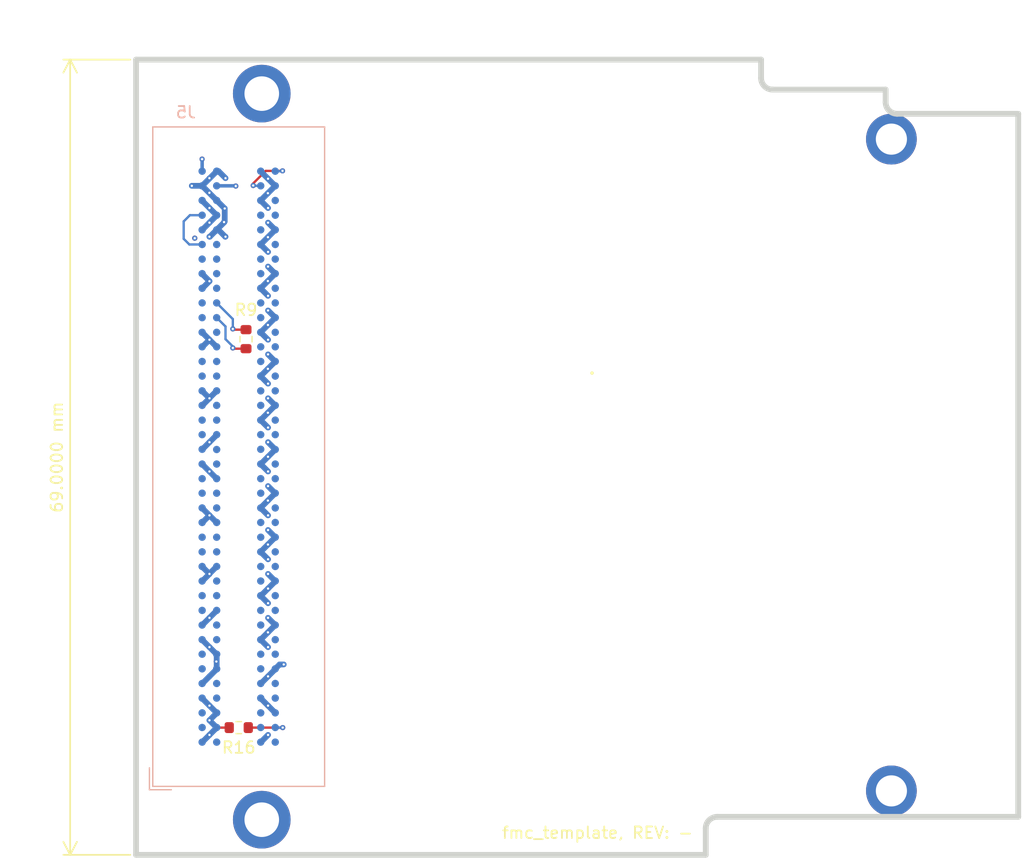
<source format=kicad_pcb>
(kicad_pcb (version 20210824) (generator pcbnew)
  (layers (0 "F.Cu" signal) (1 "In1.Cu" mixed) (2 "In2.Cu" power) (31 "B.Cu" signal) (34 "B.Paste" user) (35 "F.Paste" user) (36 "B.SilkS" user "B.Silkscreen") (37 "F.SilkS" user "F.Silkscreen") (38 "B.Mask" user) (39 "F.Mask" user) (44 "Edge.Cuts" user))
  (net 0 "")
  (net 1 "+12V")
  (net 2 "+3V3")
  (net 3 "/FMC/TDO")
  (net 4 "/FMC/TDI")
  (net 5 "/FMC/PRSNT_M2C_L")
  (net 6 "VDDA")
  (net 7 "GND")
  (footprint "Resistor_SMD:R_0603_1608Metric" (layer "F.Cu") (at 71.579998 112.035002)
    (fp_text reference "R16" (at 0 1.730002 180) (layer "F.SilkS"))
    (fp_text value "100R")
    (fp_line (start -0.237258 0.5225) (end 0.237258 0.5225) (layer "F.SilkS") (width 0.12))
    (fp_line (start -0.237258 -0.5225) (end 0.237258 -0.5225) (layer "F.SilkS") (width 0.12))
    (pad "1" smd roundrect locked (at -0.825 0) (size 0.8 0.95) (layers "F.Cu" "F.Paste" "F.Mask") (net 7 "GND"))
    (pad "2" smd roundrect locked (at 0.825 0) (size 0.8 0.95) (layers "F.Cu" "F.Paste" "F.Mask") (net 5 "/FMC/PRSNT_M2C_L"))
  )
  (footprint "Pads:MTG270_500" (layer "F.Cu") (at 128.174998 117.525002 180)
    (fp_text reference "B2" hide)
    (fp_text value "PLATED_HOLE2.7_PAD5.0" hide)
    (pad "1" thru_hole circle locked (at 0 0 180) (size 4.4 4.4) (drill 2.7) (layers *.Cu *.Mask))
  )
  (footprint "Pads:MTG270_500" (layer "F.Cu") (at 128.174998 60.975002 180)
    (fp_text reference "B1" hide)
    (fp_text value "PLATED_HOLE2.7_PAD5.0" hide)
    (pad "1" thru_hole circle locked (at 0 0 180) (size 4.4 4.4) (drill 2.7) (layers *.Cu *.Mask))
  )
  (footprint "Resistor_SMD:R_0603_1608Metric" (layer "F.Cu") (at 72.208996 78.330003 -90)
    (fp_text reference "R9" (at -2.54 0) (layer "F.SilkS"))
    (fp_text value "100R")
    (fp_line (start -0.237258 0.5225) (end 0.237258 0.5225) (layer "F.SilkS") (width 0.12))
    (fp_line (start -0.237258 -0.5225) (end 0.237258 -0.5225) (layer "F.SilkS") (width 0.12))
    (pad "1" smd roundrect locked (at -0.825 0 270) (size 0.8 0.95) (layers "F.Cu" "F.Paste" "F.Mask") (net 3 "/FMC/TDO"))
    (pad "2" smd roundrect locked (at 0.825 0 270) (size 0.8 0.95) (layers "F.Cu" "F.Paste" "F.Mask") (net 4 "/FMC/TDI"))
  )
  (footprint "footprints:Samtec_FMC_ASP-134604-01_4x40_Vertical" (layer "B.Cu") (at 71.574998 88.525002)
    (fp_text reference "J5" (at -4.582002 -29.877998) (layer "B.SilkS") (effects (justify mirror)))
    (fp_text value "ASP-134604-01")
    (fp_line (start -7.74 28.9) (end -7.74 27) (layer "B.SilkS") (width 0.12))
    (fp_line (start -7.45 -28.61) (end -7.45 28.61) (layer "B.SilkS") (width 0.12))
    (fp_line (start -7.45 28.61) (end 7.45 28.61) (layer "B.SilkS") (width 0.12))
    (fp_line (start -5.84 28.9) (end -7.74 28.9) (layer "B.SilkS") (width 0.12))
    (fp_line (start 7.45 28.61) (end 7.45 -28.61) (layer "B.SilkS") (width 0.12))
    (fp_line (start 7.45 -28.61) (end -7.45 -28.61) (layer "B.SilkS") (width 0.12))
    (pad "" np_thru_hole circle locked (at 0 27.19 270) (size 1.27 1.27) (drill 1.27) (layers *.Cu *.Mask) (clearance 0.1))
    (pad "" np_thru_hole circle locked (at 3.05 -27.19 270) (size 1.27 1.27) (drill 1.27) (layers *.Cu *.Mask) (clearance 0.1))
    (pad "C1" smd circle locked (at -3.17 24.77 270) (size 0.64 0.64) (layers "B.Cu" "B.Paste" "B.Mask") (net 7 "GND"))
    (pad "C1" thru_hole circle locked (at 2 31.5 270) (size 5 5) (drill 3) (layers *.Cu *.Mask) (net 7 "GND"))
    (pad "C2" smd circle locked (at -3.17 23.5 270) (size 0.64 0.64) (layers "B.Cu" "B.Paste" "B.Mask") (clearance 0.1))
    (pad "C3" smd circle locked (at -3.17 22.23 270) (size 0.64 0.64) (layers "B.Cu" "B.Paste" "B.Mask") (clearance 0.1))
    (pad "C4" smd circle locked (at -3.17 20.95 270) (size 0.64 0.64) (layers "B.Cu" "B.Paste" "B.Mask") (net 7 "GND") (clearance 0.1))
    (pad "C5" smd circle locked (at -3.17 19.68 270) (size 0.64 0.64) (layers "B.Cu" "B.Paste" "B.Mask") (net 7 "GND") (clearance 0.1))
    (pad "C6" smd circle locked (at -3.17 18.41 270) (size 0.64 0.64) (layers "B.Cu" "B.Paste" "B.Mask") (clearance 0.1))
    (pad "C7" smd circle locked (at -3.17 17.14 270) (size 0.64 0.64) (layers "B.Cu" "B.Paste" "B.Mask") (clearance 0.1))
    (pad "C8" smd circle locked (at -3.17 15.88 270) (size 0.64 0.64) (layers "B.Cu" "B.Paste" "B.Mask") (net 7 "GND") (clearance 0.1))
    (pad "C9" smd circle locked (at -3.17 14.61 270) (size 0.64 0.64) (layers "B.Cu" "B.Paste" "B.Mask") (net 7 "GND") (clearance 0.1))
    (pad "C10" smd circle locked (at -3.17 13.34 270) (size 0.64 0.64) (layers "B.Cu" "B.Paste" "B.Mask") (clearance 0.1))
    (pad "C11" smd circle locked (at -3.17 12.06 270) (size 0.64 0.64) (layers "B.Cu" "B.Paste" "B.Mask") (clearance 0.1))
    (pad "C12" smd circle locked (at -3.17 10.79 270) (size 0.64 0.64) (layers "B.Cu" "B.Paste" "B.Mask") (net 7 "GND") (clearance 0.1))
    (pad "C13" smd circle locked (at -3.17 9.53 270) (size 0.64 0.64) (layers "B.Cu" "B.Paste" "B.Mask") (net 7 "GND") (clearance 0.1))
    (pad "C14" smd circle locked (at -3.17 8.26 270) (size 0.64 0.64) (layers "B.Cu" "B.Paste" "B.Mask") (clearance 0.1))
    (pad "C15" smd circle locked (at -3.17 6.99 270) (size 0.64 0.64) (layers "B.Cu" "B.Paste" "B.Mask") (clearance 0.1))
    (pad "C16" smd circle locked (at -3.17 5.71 270) (size 0.64 0.64) (layers "B.Cu" "B.Paste" "B.Mask") (net 7 "GND") (clearance 0.1))
    (pad "C17" smd circle locked (at -3.17 4.45 270) (size 0.64 0.64) (layers "B.Cu" "B.Paste" "B.Mask") (net 7 "GND") (clearance 0.1))
    (pad "C18" smd circle locked (at -3.17 3.17 270) (size 0.64 0.64) (layers "B.Cu" "B.Paste" "B.Mask") (clearance 0.1))
    (pad "C19" smd circle locked (at -3.17 1.91 270) (size 0.64 0.64) (layers "B.Cu" "B.Paste" "B.Mask") (clearance 0.1))
    (pad "C20" smd circle locked (at -3.17 0.64 270) (size 0.64 0.64) (layers "B.Cu" "B.Paste" "B.Mask") (net 7 "GND") (clearance 0.1))
    (pad "C21" smd circle locked (at -3.17 -0.64 270) (size 0.64 0.64) (layers "B.Cu" "B.Paste" "B.Mask") (net 7 "GND") (clearance 0.1))
    (pad "C22" smd circle locked (at -3.17 -1.91 270) (size 0.64 0.64) (layers "B.Cu" "B.Paste" "B.Mask") (clearance 0.1))
    (pad "C23" smd circle locked (at -3.17 -3.17 270) (size 0.64 0.64) (layers "B.Cu" "B.Paste" "B.Mask") (clearance 0.1))
    (pad "C24" smd circle locked (at -3.17 -4.45 270) (size 0.64 0.64) (layers "B.Cu" "B.Paste" "B.Mask") (net 7 "GND") (clearance 0.1))
    (pad "C25" smd circle locked (at -3.17 -5.71 270) (size 0.64 0.64) (layers "B.Cu" "B.Paste" "B.Mask") (net 7 "GND") (clearance 0.1))
    (pad "C26" smd circle locked (at -3.17 -6.99 270) (size 0.64 0.64) (layers "B.Cu" "B.Paste" "B.Mask") (clearance 0.1))
    (pad "C27" smd circle locked (at -3.17 -8.26 270) (size 0.64 0.64) (layers "B.Cu" "B.Paste" "B.Mask") (clearance 0.1))
    (pad "C28" smd circle locked (at -3.17 -9.53 270) (size 0.64 0.64) (layers "B.Cu" "B.Paste" "B.Mask") (net 7 "GND") (clearance 0.1))
    (pad "C29" smd circle locked (at -3.17 -10.79 270) (size 0.64 0.64) (layers "B.Cu" "B.Paste" "B.Mask") (net 7 "GND") (clearance 0.1))
    (pad "C30" smd circle locked (at -3.17 -12.06 270) (size 0.64 0.64) (layers "B.Cu" "B.Paste" "B.Mask") (clearance 0.1))
    (pad "C31" smd circle locked (at -3.17 -13.34 270) (size 0.64 0.64) (layers "B.Cu" "B.Paste" "B.Mask") (clearance 0.1))
    (pad "C32" smd circle locked (at -3.17 -14.61 270) (size 0.64 0.64) (layers "B.Cu" "B.Paste" "B.Mask") (net 7 "GND") (clearance 0.1))
    (pad "C33" smd circle locked (at -3.17 -15.88 270) (size 0.64 0.64) (layers "B.Cu" "B.Paste" "B.Mask") (net 7 "GND") (clearance 0.1))
    (pad "C34" smd circle locked (at -3.17 -17.14 270) (size 0.64 0.64) (layers "B.Cu" "B.Paste" "B.Mask") (clearance 0.1))
    (pad "C35" smd circle locked (at -3.17 -18.41 270) (size 0.64 0.64) (layers "B.Cu" "B.Paste" "B.Mask") (net 1 "+12V") (clearance 0.1))
    (pad "C36" smd circle locked (at -3.17 -19.68 270) (size 0.64 0.64) (layers "B.Cu" "B.Paste" "B.Mask") (net 7 "GND") (clearance 0.1))
    (pad "C37" smd circle locked (at -3.17 -20.95 270) (size 0.64 0.64) (layers "B.Cu" "B.Paste" "B.Mask") (net 1 "+12V") (clearance 0.1))
    (pad "C38" smd circle locked (at -3.17 -22.23 270) (size 0.64 0.64) (layers "B.Cu" "B.Paste" "B.Mask") (net 7 "GND") (clearance 0.1))
    (pad "C39" smd circle locked (at -3.17 -23.5 270) (size 0.64 0.64) (layers "B.Cu" "B.Paste" "B.Mask") (net 2 "+3V3") (clearance 0.1))
    (pad "C40" smd circle locked (at -3.17 -24.77 270) (size 0.64 0.64) (layers "B.Cu" "B.Paste" "B.Mask") (net 7 "GND") (clearance 0.1))
    (pad "D1" smd circle locked (at -1.91 24.77 270) (size 0.64 0.64) (layers "B.Cu" "B.Paste" "B.Mask") (clearance 0.1))
    (pad "D2" smd circle locked (at -1.91 23.5 270) (size 0.64 0.64) (layers "B.Cu" "B.Paste" "B.Mask") (net 7 "GND") (clearance 0.1))
    (pad "D3" smd circle locked (at -1.91 22.23 270) (size 0.64 0.64) (layers "B.Cu" "B.Paste" "B.Mask") (net 7 "GND") (clearance 0.1))
    (pad "D4" smd circle locked (at -1.91 20.95 270) (size 0.64 0.64) (layers "B.Cu" "B.Paste" "B.Mask") (clearance 0.1))
    (pad "D5" smd circle locked (at -1.91 19.68 270) (size 0.64 0.64) (layers "B.Cu" "B.Paste" "B.Mask") (clearance 0.1))
    (pad "D6" smd circle locked (at -1.91 18.41 270) (size 0.64 0.64) (layers "B.Cu" "B.Paste" "B.Mask") (net 7 "GND") (clearance 0.1))
    (pad "D7" smd circle locked (at -1.91 17.14 270) (size 0.64 0.64) (layers "B.Cu" "B.Paste" "B.Mask") (net 7 "GND") (clearance 0.1))
    (pad "D8" smd circle locked (at -1.91 15.88 270) (size 0.64 0.64) (layers "B.Cu" "B.Paste" "B.Mask") (clearance 0.1))
    (pad "D9" smd circle locked (at -1.91 14.61 270) (size 0.64 0.64) (layers "B.Cu" "B.Paste" "B.Mask") (clearance 0.1))
    (pad "D10" smd circle locked (at -1.91 13.34 270) (size 0.64 0.64) (layers "B.Cu" "B.Paste" "B.Mask") (net 7 "GND") (clearance 0.1))
    (pad "D11" smd circle locked (at -1.91 12.06 270) (size 0.64 0.64) (layers "B.Cu" "B.Paste" "B.Mask") (clearance 0.1))
    (pad "D12" smd circle locked (at -1.91 10.79 270) (size 0.64 0.64) (layers "B.Cu" "B.Paste" "B.Mask") (clearance 0.1))
    (pad "D13" smd circle locked (at -1.91 9.53 270) (size 0.64 0.64) (layers "B.Cu" "B.Paste" "B.Mask") (net 7 "GND") (clearance 0.1))
    (pad "D14" smd circle locked (at -1.91 8.26 270) (size 0.64 0.64) (layers "B.Cu" "B.Paste" "B.Mask") (clearance 0.1))
    (pad "D15" smd circle locked (at -1.91 6.99 270) (size 0.64 0.64) (layers "B.Cu" "B.Paste" "B.Mask") (clearance 0.1))
    (pad "D16" smd circle locked (at -1.91 5.71 270) (size 0.64 0.64) (layers "B.Cu" "B.Paste" "B.Mask") (net 7 "GND") (clearance 0.1))
    (pad "D17" smd circle locked (at -1.91 4.45 270) (size 0.64 0.64) (layers "B.Cu" "B.Paste" "B.Mask") (clearance 0.1))
    (pad "D18" smd circle locked (at -1.91 3.17 270) (size 0.64 0.64) (layers "B.Cu" "B.Paste" "B.Mask") (clearance 0.1))
    (pad "D19" smd circle locked (at -1.91 1.91 270) (size 0.64 0.64) (layers "B.Cu" "B.Paste" "B.Mask") (net 7 "GND") (clearance 0.1))
    (pad "D20" smd circle locked (at -1.91 0.64 270) (size 0.64 0.64) (layers "B.Cu" "B.Paste" "B.Mask") (clearance 0.1))
    (pad "D21" smd circle locked (at -1.91 -0.62 270) (size 0.64 0.64) (layers "B.Cu" "B.Paste" "B.Mask") (clearance 0.1))
    (pad "D22" smd circle locked (at -1.91 -1.91 270) (size 0.64 0.64) (layers "B.Cu" "B.Paste" "B.Mask") (net 7 "GND") (clearance 0.1))
    (pad "D23" smd circle locked (at -1.91 -3.17 270) (size 0.64 0.64) (layers "B.Cu" "B.Paste" "B.Mask") (clearance 0.1))
    (pad "D24" smd circle locked (at -1.91 -4.45 270) (size 0.64 0.64) (layers "B.Cu" "B.Paste" "B.Mask") (clearance 0.1))
    (pad "D25" smd circle locked (at -1.91 -5.71 270) (size 0.64 0.64) (layers "B.Cu" "B.Paste" "B.Mask") (net 7 "GND") (clearance 0.1))
    (pad "D26" smd circle locked (at -1.91 -6.99 270) (size 0.64 0.64) (layers "B.Cu" "B.Paste" "B.Mask") (clearance 0.1))
    (pad "D27" smd circle locked (at -1.91 -8.26 270) (size 0.64 0.64) (layers "B.Cu" "B.Paste" "B.Mask") (clearance 0.1))
    (pad "D28" smd circle locked (at -1.91 -9.53 270) (size 0.64 0.64) (layers "B.Cu" "B.Paste" "B.Mask") (net 7 "GND") (clearance 0.1))
    (pad "D29" smd circle locked (at -1.91 -10.79 270) (size 0.64 0.64) (layers "B.Cu" "B.Paste" "B.Mask") (clearance 0.1))
    (pad "D30" smd circle locked (at -1.91 -12.06 270) (size 0.64 0.64) (layers "B.Cu" "B.Paste" "B.Mask") (net 4 "/FMC/TDI") (clearance 0.1))
    (pad "D31" smd circle locked (at -1.91 -13.34 270) (size 0.64 0.64) (layers "B.Cu" "B.Paste" "B.Mask") (net 3 "/FMC/TDO") (clearance 0.1))
    (pad "D32" smd circle locked (at -1.91 -14.61 270) (size 0.64 0.64) (layers "B.Cu" "B.Paste" "B.Mask") (clearance 0.1))
    (pad "D33" smd circle locked (at -1.91 -15.88 270) (size 0.64 0.64) (layers "B.Cu" "B.Paste" "B.Mask") (clearance 0.1))
    (pad "D34" smd circle locked (at -1.91 -17.14 270) (size 0.64 0.64) (layers "B.Cu" "B.Paste" "B.Mask") (clearance 0.1))
    (pad "D35" smd circle locked (at -1.91 -18.41 270) (size 0.64 0.64) (layers "B.Cu" "B.Paste" "B.Mask") (clearance 0.1))
    (pad "D36" smd circle locked (at -1.91 -19.68 270) (size 0.64 0.64) (layers "B.Cu" "B.Paste" "B.Mask") (net 2 "+3V3") (clearance 0.1))
    (pad "D37" smd circle locked (at -1.91 -20.95 270) (size 0.64 0.64) (layers "B.Cu" "B.Paste" "B.Mask") (net 7 "GND") (clearance 0.1))
    (pad "D38" smd circle locked (at -1.91 -22.23 270) (size 0.64 0.64) (layers "B.Cu" "B.Paste" "B.Mask") (net 2 "+3V3") (clearance 0.1))
    (pad "D39" smd circle locked (at -1.91 -23.5 270) (size 0.64 0.64) (layers "B.Cu" "B.Paste" "B.Mask") (net 7 "GND") (clearance 0.1))
    (pad "D40" smd circle locked (at -1.91 -24.77 270) (size 0.64 0.64) (layers "B.Cu" "B.Paste" "B.Mask") (net 2 "+3V3") (clearance 0.1))
    (pad "G1" smd circle locked (at 1.91 24.77 270) (size 0.64 0.64) (layers "B.Cu" "B.Paste" "B.Mask") (net 7 "GND") (clearance 0.1))
    (pad "G2" smd circle locked (at 1.91 23.5 270) (size 0.64 0.64) (layers "B.Cu" "B.Paste" "B.Mask") (clearance 0.1))
    (pad "G3" smd circle locked (at 1.91 22.23 270) (size 0.64 0.64) (layers "B.Cu" "B.Paste" "B.Mask") (clearance 0.1))
    (pad "G4" smd circle locked (at 1.91 20.95 270) (size 0.64 0.64) (layers "B.Cu" "B.Paste" "B.Mask") (net 7 "GND") (clearance 0.1))
    (pad "G5" smd circle locked (at 1.91 19.68 270) (size 0.64 0.64) (layers "B.Cu" "B.Paste" "B.Mask") (net 7 "GND") (clearance 0.1))
    (pad "G6" smd circle locked (at 1.91 18.41 270) (size 0.64 0.64) (layers "B.Cu" "B.Paste" "B.Mask") (clearance 0.1))
    (pad "G7" smd circle locked (at 1.91 17.14 270) (size 0.64 0.64) (layers "B.Cu" "B.Paste" "B.Mask") (clearance 0.1))
    (pad "G8" smd circle locked (at 1.91 15.88 270) (size 0.64 0.64) (layers "B.Cu" "B.Paste" "B.Mask") (net 7 "GND") (clearance 0.1))
    (pad "G9" smd circle locked (at 1.91 14.61 270) (size 0.64 0.64) (layers "B.Cu" "B.Paste" "B.Mask") (clearance 0.1))
    (pad "G10" smd circle locked (at 1.91 13.34 270) (size 0.64 0.64) (layers "B.Cu" "B.Paste" "B.Mask") (clearance 0.1))
    (pad "G11" smd circle locked (at 1.91 12.06 270) (size 0.64 0.64) (layers "B.Cu" "B.Paste" "B.Mask") (net 7 "GND") (clearance 0.1))
    (pad "G12" smd circle locked (at 1.91 10.79 270) (size 0.64 0.64) (layers "B.Cu" "B.Paste" "B.Mask") (clearance 0.1))
    (pad "G13" smd circle locked (at 1.91 9.53 270) (size 0.64 0.64) (layers "B.Cu" "B.Paste" "B.Mask") (clearance 0.1))
    (pad "G14" smd circle locked (at 1.91 8.26 270) (size 0.64 0.64) (layers "B.Cu" "B.Paste" "B.Mask") (net 7 "GND") (clearance 0.1))
    (pad "G15" smd circle locked (at 1.91 6.99 270) (size 0.64 0.64) (layers "B.Cu" "B.Paste" "B.Mask") (clearance 0.1))
    (pad "G16" smd circle locked (at 1.91 5.71 270) (size 0.64 0.64) (layers "B.Cu" "B.Paste" "B.Mask") (clearance 0.1))
    (pad "G17" smd circle locked (at 1.91 4.45 270) (size 0.64 0.64) (layers "B.Cu" "B.Paste" "B.Mask") (net 7 "GND") (clearance 0.1))
    (pad "G18" smd circle locked (at 1.91 3.17 270) (size 0.64 0.64) (layers "B.Cu" "B.Paste" "B.Mask") (clearance 0.1))
    (pad "G19" smd circle locked (at 1.91 1.91 270) (size 0.64 0.64) (layers "B.Cu" "B.Paste" "B.Mask") (clearance 0.1))
    (pad "G20" smd circle locked (at 1.91 0.64 270) (size 0.64 0.64) (layers "B.Cu" "B.Paste" "B.Mask") (net 7 "GND") (clearance 0.1))
    (pad "G21" smd circle locked (at 1.91 -0.64 270) (size 0.64 0.64) (layers "B.Cu" "B.Paste" "B.Mask") (clearance 0.1))
    (pad "G22" smd circle locked (at 1.91 -1.91 270) (size 0.64 0.64) (layers "B.Cu" "B.Paste" "B.Mask") (clearance 0.1))
    (pad "G23" smd circle locked (at 1.91 -3.17 270) (size 0.64 0.64) (layers "B.Cu" "B.Paste" "B.Mask") (net 7 "GND") (clearance 0.1))
    (pad "G24" smd circle locked (at 1.91 -4.45 270) (size 0.64 0.64) (layers "B.Cu" "B.Paste" "B.Mask") (clearance 0.1))
    (pad "G25" smd circle locked (at 1.91 -5.71 270) (size 0.64 0.64) (layers "B.Cu" "B.Paste" "B.Mask") (clearance 0.1))
    (pad "G26" smd circle locked (at 1.91 -6.99 270) (size 0.64 0.64) (layers "B.Cu" "B.Paste" "B.Mask") (net 7 "GND") (clearance 0.1))
    (pad "G27" smd circle locked (at 1.91 -8.26 270) (size 0.64 0.64) (layers "B.Cu" "B.Paste" "B.Mask") (clearance 0.1))
    (pad "G28" smd circle locked (at 1.91 -9.53 270) (size 0.64 0.64) (layers "B.Cu" "B.Paste" "B.Mask") (clearance 0.1))
    (pad "G29" smd circle locked (at 1.91 -10.79 270) (size 0.64 0.64) (layers "B.Cu" "B.Paste" "B.Mask") (net 7 "GND") (clearance 0.1))
    (pad "G30" smd circle locked (at 1.91 -12.06 270) (size 0.64 0.64) (layers "B.Cu" "B.Paste" "B.Mask") (clearance 0.1))
    (pad "G31" smd circle locked (at 1.91 -13.34 270) (size 0.64 0.64) (layers "B.Cu" "B.Paste" "B.Mask") (clearance 0.1))
    (pad "G32" smd circle locked (at 1.91 -14.61 270) (size 0.64 0.64) (layers "B.Cu" "B.Paste" "B.Mask") (net 7 "GND") (clearance 0.1))
    (pad "G33" smd circle locked (at 1.91 -15.88 270) (size 0.64 0.64) (layers "B.Cu" "B.Paste" "B.Mask") (clearance 0.1))
    (pad "G34" smd circle locked (at 1.91 -17.14 270) (size 0.64 0.64) (layers "B.Cu" "B.Paste" "B.Mask") (clearance 0.1))
    (pad "G35" smd circle locked (at 1.91 -18.41 270) (size 0.64 0.64) (layers "B.Cu" "B.Paste" "B.Mask") (net 7 "GND") (clearance 0.1))
    (pad "G36" smd circle locked (at 1.91 -19.68 270) (size 0.64 0.64) (layers "B.Cu" "B.Paste" "B.Mask") (clearance 0.1))
    (pad "G37" smd circle locked (at 1.91 -20.95 270) (size 0.64 0.64) (layers "B.Cu" "B.Paste" "B.Mask") (clearance 0.1))
    (pad "G38" smd circle locked (at 1.91 -22.23 270) (size 0.64 0.64) (layers "B.Cu" "B.Paste" "B.Mask") (net 7 "GND") (clearance 0.1))
    (pad "G39" smd circle locked (at 1.91 -23.5 270) (size 0.64 0.64) (layers "B.Cu" "B.Paste" "B.Mask") (net 6 "VDDA") (clearance 0.1))
    (pad "G40" thru_hole circle locked (at 2 -31.5 270) (size 5 5) (drill 3) (layers *.Cu *.Mask) (net 7 "GND") (clearance 0.1))
    (pad "G40" smd circle locked (at 1.91 -24.77 270) (size 0.64 0.64) (layers "B.Cu" "B.Paste" "B.Mask") (net 7 "GND") (clearance 0.1))
    (pad "H1" smd circle locked (at 3.17 24.77 270) (size 0.64 0.64) (layers "B.Cu" "B.Paste" "B.Mask") (clearance 0.1))
    (pad "H2" smd circle locked (at 3.17 23.5 270) (size 0.64 0.64) (layers "B.Cu" "B.Paste" "B.Mask") (net 5 "/FMC/PRSNT_M2C_L") (clearance 0.1))
    (pad "H3" smd circle locked (at 3.17 22.23 270) (size 0.64 0.64) (layers "B.Cu" "B.Paste" "B.Mask") (net 7 "GND") (clearance 0.1))
    (pad "H4" smd circle locked (at 3.17 20.95 270) (size 0.64 0.64) (layers "B.Cu" "B.Paste" "B.Mask") (clearance 0.1))
    (pad "H5" smd circle locked (at 3.17 19.68 270) (size 0.64 0.64) (layers "B.Cu" "B.Paste" "B.Mask") (clearance 0.1))
    (pad "H6" smd circle locked (at 3.17 18.41 270) (size 0.64 0.64) (layers "B.Cu" "B.Paste" "B.Mask") (net 7 "GND") (clearance 0.1))
    (pad "H7" smd circle locked (at 3.17 17.14 270) (size 0.64 0.64) (layers "B.Cu" "B.Paste" "B.Mask") (clearance 0.1))
    (pad "H8" smd circle locked (at 3.17 15.88 270) (size 0.64 0.64) (layers "B.Cu" "B.Paste" "B.Mask") (clearance 0.1))
    (pad "H9" smd circle locked (at 3.17 14.61 270) (size 0.64 0.64) (layers "B.Cu" "B.Paste" "B.Mask") (net 7 "GND") (clearance 0.1))
    (pad "H10" smd circle locked (at 3.17 13.34 270) (size 0.64 0.64) (layers "B.Cu" "B.Paste" "B.Mask") (clearance 0.1))
    (pad "H11" smd circle locked (at 3.17 12.06 270) (size 0.64 0.64) (layers "B.Cu" "B.Paste" "B.Mask") (clearance 0.1))
    (pad "H12" smd circle locked (at 3.17 10.79 270) (size 0.64 0.64) (layers "B.Cu" "B.Paste" "B.Mask") (net 7 "GND") (clearance 0.1))
    (pad "H13" smd circle locked (at 3.17 9.53 270) (size 0.64 0.64) (layers "B.Cu" "B.Paste" "B.Mask") (clearance 0.1))
    (pad "H14" smd circle locked (at 3.17 8.26 270) (size 0.64 0.64) (layers "B.Cu" "B.Paste" "B.Mask") (clearance 0.1))
    (pad "H15" smd circle locked (at 3.17 6.99 270) (size 0.64 0.64) (layers "B.Cu" "B.Paste" "B.Mask") (net 7 "GND") (clearance 0.1))
    (pad "H16" smd circle locked (at 3.17 5.71 270) (size 0.64 0.64) (layers "B.Cu" "B.Paste" "B.Mask") (clearance 0.1))
    (pad "H17" smd circle locked (at 3.17 4.45 270) (size 0.64 0.64) (layers "B.Cu" "B.Paste" "B.Mask") (clearance 0.1))
    (pad "H18" smd circle locked (at 3.17 3.17 270) (size 0.64 0.64) (layers "B.Cu" "B.Paste" "B.Mask") (net 7 "GND") (clearance 0.1))
    (pad "H19" smd circle locked (at 3.17 1.91 270) (size 0.64 0.64) (layers "B.Cu" "B.Paste" "B.Mask") (clearance 0.1))
    (pad "H20" smd circle locked (at 3.17 0.64 270) (size 0.64 0.64) (layers "B.Cu" "B.Paste" "B.Mask") (clearance 0.1))
    (pad "H21" smd circle locked (at 3.17 -0.62 270) (size 0.64 0.64) (layers "B.Cu" "B.Paste" "B.Mask") (net 7 "GND") (clearance 0.1))
    (pad "H22" smd circle locked (at 3.17 -1.91 270) (size 0.64 0.64) (layers "B.Cu" "B.Paste" "B.Mask") (clearance 0.1))
    (pad "H23" smd circle locked (at 3.17 -3.17 270) (size 0.64 0.64) (layers "B.Cu" "B.Paste" "B.Mask") (clearance 0.1))
    (pad "H24" smd circle locked (at 3.17 -4.45 270) (size 0.64 0.64) (layers "B.Cu" "B.Paste" "B.Mask") (net 7 "GND") (clearance 0.1))
    (pad "H25" smd circle locked (at 3.17 -5.71 270) (size 0.64 0.64) (layers "B.Cu" "B.Paste" "B.Mask") (clearance 0.1))
    (pad "H26" smd circle locked (at 3.17 -6.99 270) (size 0.64 0.64) (layers "B.Cu" "B.Paste" "B.Mask") (clearance 0.1))
    (pad "H27" smd circle locked (at 3.17 -8.26 270) (size 0.64 0.64) (layers "B.Cu" "B.Paste" "B.Mask") (net 7 "GND") (clearance 0.1))
    (pad "H28" smd circle locked (at 3.17 -9.53 270) (size 0.64 0.64) (layers "B.Cu" "B.Paste" "B.Mask") (clearance 0.1))
    (pad "H29" smd circle locked (at 3.17 -10.79 270) (size 0.64 0.64) (layers "B.Cu" "B.Paste" "B.Mask") (clearance 0.1))
    (pad "H30" smd circle locked (at 3.17 -12.06 270) (size 0.64 0.64) (layers "B.Cu" "B.Paste" "B.Mask") (net 7 "GND") (clearance 0.1))
    (pad "H31" smd circle locked (at 3.17 -13.34 270) (size 0.64 0.64) (layers "B.Cu" "B.Paste" "B.Mask") (clearance 0.1))
    (pad "H32" smd circle locked (at 3.17 -14.61 270) (size 0.64 0.64) (layers "B.Cu" "B.Paste" "B.Mask") (clearance 0.1))
    (pad "H33" smd circle locked (at 3.17 -15.88 270) (size 0.64 0.64) (layers "B.Cu" "B.Paste" "B.Mask") (net 7 "GND") (clearance 0.1))
    (pad "H34" smd circle locked (at 3.17 -17.14 270) (size 0.64 0.64) (layers "B.Cu" "B.Paste" "B.Mask") (clearance 0.1))
    (pad "H35" smd circle locked (at 3.17 -18.41 270) (size 0.64 0.64) (layers "B.Cu" "B.Paste" "B.Mask") (clearance 0.1))
    (pad "H36" smd circle locked (at 3.17 -19.68 270) (size 0.64 0.64) (layers "B.Cu" "B.Paste" "B.Mask") (net 7 "GND") (clearance 0.1))
    (pad "H37" smd circle locked (at 3.17 -20.95 270) (size 0.64 0.64) (layers "B.Cu" "B.Paste" "B.Mask") (clearance 0.1))
    (pad "H38" smd circle locked (at 3.17 -22.23 270) (size 0.64 0.64) (layers "B.Cu" "B.Paste" "B.Mask") (clearance 0.1))
    (pad "H39" smd circle locked (at 3.17 -23.5 270) (size 0.64 0.64) (layers "B.Cu" "B.Paste" "B.Mask") (net 7 "GND") (clearance 0.1))
    (pad "H40" smd circle locked (at 3.17 -24.77 270) (size 0.64 0.64) (layers "B.Cu" "B.Paste" "B.Mask") (net 6 "VDDA") (clearance 0.1))
  )
  (gr_circle (center 102.214996 81.273003) (end 102.214996 81.273003) (layer "F.SilkS") (width 0.15) (fill none))
  (gr_line (start 139.174998 58.775002) (end 128.674996 58.775002) (layer "Edge.Cuts") (width 0.5))
  (gr_line (start 139.174998 119.775004) (end 113.074997 119.775004) (layer "Edge.Cuts") (width 0.5))
  (gr_line (start 127.674998 56.675005) (end 127.674998 57.775004) (layer "Edge.Cuts") (width 0.5))
  (gr_arc (start 128.674996 57.775004) (end 127.674998 57.775004) (angle -90) (layer "Edge.Cuts") (width 0.5))
  (gr_arc (start 117.874997 55.675005) (end 116.874997 55.675005) (angle -90) (layer "Edge.Cuts") (width 0.5))
  (gr_line (start 116.874997 55.675005) (end 116.874997 54.075004) (layer "Edge.Cuts") (width 0.5))
  (gr_line (start 112.074996 120.775005) (end 112.074996 123.075005) (layer "Edge.Cuts") (width 0.5))
  (gr_line (start 127.674998 56.675005) (end 117.874997 56.675005) (layer "Edge.Cuts") (width 0.5))
  (gr_line (start 112.074996 123.075005) (end 62.674996 123.075005) (layer "Edge.Cuts") (width 0.5))
  (gr_line (start 62.674996 54.075004) (end 62.674996 123.075005) (layer "Edge.Cuts") (width 0.5))
  (gr_line (start 139.174998 58.775002) (end 139.174998 119.775004) (layer "Edge.Cuts") (width 0.5))
  (gr_arc (start 113.074997 120.775005) (end 113.074997 119.775004) (angle -90) (layer "Edge.Cuts") (width 0.5))
  (gr_line (start 116.874997 54.075004) (end 62.674996 54.075004) (layer "Edge.Cuts") (width 0.5))
  (gr_text "fmc_template, REV: -" (at 111.039998 121.160002) (layer "F.SilkS") (effects (font (size 1 1)) (justify right)))
  (dimension (type aligned) (layer "F.SilkS") (pts (xy 62.674996 54.075004) (xy 62.674996 123.075005)) (height 5.714999) (gr_text "69.0000 mm" (at 55.809997 88.575004 90) (layer "F.SilkS") (effects (font (size 1 1) (thickness 0.15)))) (format (units 3) (units_format 1) (precision 4)) (style (thickness 0.15) (arrow_length 1.27) (text_position_mode 0) (extension_height 0.58642) (extension_offset 0.5) keep_text_aligned))
  (segment (start 66.804495 69.623502) (end 67.295995 70.115002) (width 0.2) (layer "B.Cu") (net 1))
  (segment (start 68.404998 67.575002) (end 67.342997 67.575002) (width 0.2) (layer "B.Cu") (net 1))
  (segment (start 66.804495 68.113504) (end 66.804495 69.623502) (width 0.2) (layer "B.Cu") (net 1))
  (segment (start 67.295995 70.115002) (end 68.404998 70.115002) (width 0.2) (layer "B.Cu") (net 1))
  (segment (start 67.342997 67.575002) (end 66.804495 68.113504) (width 0.2) (layer "B.Cu") (net 1))
  (via (at 70.430996 69.440003) (size 0.45) (drill 0.2) (layers "F.Cu" "B.Cu") (net 2))
  (via (at 69.033996 69.440003) (size 0.45) (drill 0.2) (layers "F.Cu" "B.Cu") (net 2))
  (via (at 70.430996 64.360003) (size 0.45) (drill 0.2) (layers "F.Cu" "B.Cu") (net 2))
  (via (at 70.303996 68.170003) (size 0.45) (drill 0.2) (layers "F.Cu" "B.Cu") (net 2))
  (via (at 67.509996 65.025002) (size 0.45) (drill 0.2) (layers "F.Cu" "B.Cu") (net 2))
  (via (at 69.033996 65.630003) (size 0.45) (drill 0.2) (layers "F.Cu" "B.Cu") (net 2))
  (via (at 70.361509 66.991513) (size 0.45) (drill 0.2) (layers "F.Cu" "B.Cu") (net 2))
  (via (at 69.033996 64.360003) (size 0.45) (drill 0.2) (layers "F.Cu" "B.Cu") (net 2))
  (segment (start 69.069997 69.440003) (end 69.033996 69.440003) (width 0.5) (layer "B.Cu") (net 2))
  (segment (start 69.664998 66.295002) (end 70.361509 66.991513) (width 0.5) (layer "B.Cu") (net 2))
  (segment (start 69.664998 63.755002) (end 69.825995 63.755002) (width 0.5) (layer "B.Cu") (net 2))
  (segment (start 69.664998 68.845002) (end 69.069997 69.440003) (width 0.5) (layer "B.Cu") (net 2))
  (segment (start 69.664998 63.755002) (end 69.664998 63.765002) (width 0.5) (layer "B.Cu") (net 2))
  (segment (start 70.430996 69.440003) (end 70.408997 69.440003) (width 0.5) (layer "B.Cu") (net 2))
  (segment (start 69.664998 66.295002) (end 69.664998 66.285002) (width 0.5) (layer "B.Cu") (net 2))
  (segment (start 70.408997 69.440003) (end 69.813996 68.845002) (width 0.5) (layer "B.Cu") (net 2))
  (segment (start 69.825995 63.755002) (end 70.430996 64.360003) (width 0.5) (layer "B.Cu") (net 2))
  (segment (start 70.361509 68.11249) (end 70.303996 68.170003) (width 0.5) (layer "B.Cu") (net 2))
  (segment (start 70.303996 68.206004) (end 70.303996 68.170003) (width 0.5) (layer "B.Cu") (net 2))
  (segment (start 69.813996 68.845002) (end 69.664998 68.845002) (width 0.5) (layer "B.Cu") (net 2))
  (segment (start 69.664998 66.285002) (end 68.404998 65.025002) (width 0.5) (layer "B.Cu") (net 2))
  (segment (start 70.361509 66.991513) (end 70.361509 68.11249) (width 0.5) (layer "B.Cu") (net 2))
  (segment (start 67.509996 65.025002) (end 68.404998 65.025002) (width 0.5) (layer "B.Cu") (net 2))
  (segment (start 69.664998 68.845002) (end 70.303996 68.206004) (width 0.5) (layer "B.Cu") (net 2))
  (segment (start 69.664998 63.765002) (end 68.404998 65.025002) (width 0.5) (layer "B.Cu") (net 2))
  (segment (start 71.129996 77.505003) (end 71.065996 77.441003) (width 0.2) (layer "F.Cu") (net 3))
  (segment (start 72.208996 77.505003) (end 71.129996 77.505003) (width 0.2) (layer "F.Cu") (net 3))
  (via (at 71.065996 77.441003) (size 0.45) (drill 0.2) (layers "F.Cu" "B.Cu") (net 3))
  (segment (start 71.065996 77.441003) (end 71.065996 76.586) (width 0.2) (layer "B.Cu") (net 3))
  (segment (start 71.065996 76.586) (end 69.664998 75.185002) (width 0.2) (layer "B.Cu") (net 3))
  (segment (start 72.208996 79.155003) (end 71.128996 79.155003) (width 0.2) (layer "F.Cu") (net 4))
  (segment (start 71.128996 79.155003) (end 71.065996 79.092003) (width 0.2) (layer "F.Cu") (net 4))
  (via (at 71.065996 79.092003) (size 0.45) (drill 0.2) (layers "F.Cu" "B.Cu") (net 4))
  (segment (start 71.065996 79.092003) (end 71.065996 78.965003) (width 0.2) (layer "B.Cu") (net 4))
  (segment (start 71.065996 78.965003) (end 70.430996 78.330003) (width 0.2) (layer "B.Cu") (net 4))
  (segment (start 70.430996 78.330003) (end 70.430996 77.231) (width 0.2) (layer "B.Cu") (net 4))
  (segment (start 70.430996 77.231) (end 69.664998 76.465002) (width 0.2) (layer "B.Cu") (net 4))
  (segment (start 72.404998 112.035002) (end 75.389998 112.035002) (width 0.2) (layer "F.Cu") (net 5))
  (via (at 75.389998 112.035002) (size 0.45) (drill 0.2) (layers "F.Cu" "B.Cu") (net 5))
  (segment (start 75.389998 112.035002) (end 74.754998 112.035002) (width 0.2) (layer "B.Cu") (net 5))
  (segment (start 74.754998 112.035002) (end 74.744998 112.025002) (width 0.2) (layer "B.Cu") (net 5))
  (segment (start 72.834996 64.814003) (end 73.918996 63.730003) (width 0.2) (layer "F.Cu") (net 6))
  (segment (start 73.918996 63.730003) (end 75.371997 63.730003) (width 0.2) (layer "F.Cu") (net 6))
  (segment (start 72.834996 64.997004) (end 72.834996 64.814003) (width 0.2) (layer "F.Cu") (net 6))
  (segment (start 75.371997 63.730003) (end 75.374996 63.727004) (width 0.2) (layer "F.Cu") (net 6))
  (via (at 72.834996 64.997004) (size 0.45) (drill 0.2) (layers "F.Cu" "B.Cu") (net 6))
  (via (at 75.374996 63.727004) (size 0.45) (drill 0.2) (layers "F.Cu" "B.Cu") (net 6))
  (segment (start 72.862994 65.025002) (end 72.834996 64.997004) (width 0.2) (layer "B.Cu") (net 6))
  (segment (start 74.744998 63.755002) (end 75.346998 63.755002) (width 0.2) (layer "B.Cu") (net 6))
  (segment (start 73.484998 65.025002) (end 72.862994 65.025002) (width 0.2) (layer "B.Cu") (net 6))
  (segment (start 75.346998 63.755002) (end 75.374996 63.727004) (width 0.2) (layer "B.Cu") (net 6))
  (segment (start 70.754998 112.035002) (end 69.674998 112.035002) (width 0.2) (layer "F.Cu") (net 7))
  (segment (start 69.674998 112.035002) (end 69.039998 111.400002) (width 0.2) (layer "F.Cu") (net 7))
  (via (at 74.119998 98.700002) (size 0.45) (drill 0.2) (layers "F.Cu" "B.Cu") (net 7))
  (via (at 74.119998 102.510002) (size 0.45) (drill 0.2) (layers "F.Cu" "B.Cu") (net 7))
  (via (at 74.119998 97.430002) (size 0.45) (drill 0.2) (layers "F.Cu" "B.Cu") (net 7))
  (via (at 74.119998 112.670002) (size 0.45) (drill 0.2) (layers "F.Cu" "B.Cu") (net 7))
  (via (at 69.039998 83.460002) (size 0.45) (drill 0.2) (layers "F.Cu" "B.Cu") (net 7))
  (via (at 74.119998 70.760002) (size 0.45) (drill 0.2) (layers "F.Cu" "B.Cu") (net 7))
  (via (at 74.119998 86.000002) (size 0.45) (drill 0.2) (layers "F.Cu" "B.Cu") (net 7))
  (via (at 69.039998 98.700002) (size 0.45) (drill 0.2) (layers "F.Cu" "B.Cu") (net 7))
  (via (at 74.119998 91.080002) (size 0.45) (drill 0.2) (layers "F.Cu" "B.Cu") (net 7))
  (via (at 74.119998 82.190002) (size 0.45) (drill 0.2) (layers "F.Cu" "B.Cu") (net 7))
  (via (at 74.119998 99.970002) (size 0.45) (drill 0.2) (layers "F.Cu" "B.Cu") (net 7))
  (via (at 69.039998 112.670002) (size 0.45) (drill 0.2) (layers "F.Cu" "B.Cu") (net 7))
  (via (at 74.109998 96.150002) (size 0.45) (drill 0.2) (layers "F.Cu" "B.Cu") (net 7))
  (via (at 69.039998 110.130002) (size 0.45) (drill 0.2) (layers "F.Cu" "B.Cu") (net 7))
  (via (at 74.119998 87.270002) (size 0.45) (drill 0.2) (layers "F.Cu" "B.Cu") (net 7))
  (via (at 69.039998 68.220002) (size 0.45) (drill 0.2) (layers "F.Cu" "B.Cu") (net 7))
  (via (at 69.039998 93.620002) (size 0.45) (drill 0.2) (layers "F.Cu" "B.Cu") (net 7))
  (via (at 74.119998 78.380002) (size 0.45) (drill 0.2) (layers "F.Cu" "B.Cu") (net 7))
  (via (at 74.119998 101.240002) (size 0.45) (drill 0.2) (layers "F.Cu" "B.Cu") (net 7))
  (via (at 69.039998 89.810002) (size 0.45) (drill 0.2) (layers "F.Cu" "B.Cu") (net 7))
  (via (at 74.119998 79.650002) (size 0.45) (drill 0.2) (layers "F.Cu" "B.Cu") (net 7))
  (via (at 74.119998 68.220002) (size 0.45) (drill 0.2) (layers "F.Cu" "B.Cu") (net 7))
  (via (at 69.039998 87.270002) (size 0.45) (drill 0.2) (layers "F.Cu" "B.Cu") (net 7))
  (via (at 74.119998 66.950002) (size 0.45) (drill 0.2) (layers "F.Cu" "B.Cu") (net 7))
  (via (at 67.763996 69.567003) (size 0.45) (drill 0.2) (layers "F.Cu" "B.Cu") (net 7))
  (via (at 69.039998 78.380002) (size 0.45) (drill 0.2) (layers "F.Cu" "B.Cu") (net 7))
  (via (at 74.119998 107.590002) (size 0.45) (drill 0.2) (layers "F.Cu" "B.Cu") (net 7))
  (via (at 69.039998 73.300002) (size 0.45) (drill 0.2) (layers "F.Cu" "B.Cu") (net 7))
  (via (at 74.104998 80.905002) (size 0.45) (drill 0.2) (layers "F.Cu" "B.Cu") (net 7))
  (via (at 74.119998 94.890002) (size 0.45) (drill 0.2) (layers "F.Cu" "B.Cu") (net 7))
  (via (at 74.119998 93.620002) (size 0.45) (drill 0.2) (layers "F.Cu" "B.Cu") (net 7))
  (via (at 68.398996 62.709003) (size 0.45) (drill 0.2) (layers "F.Cu" "B.Cu") (net 7))
  (via (at 74.104998 92.335002) (size 0.45) (drill 0.2) (layers "F.Cu" "B.Cu") (net 7))
  (via (at 74.119998 105.050002) (size 0.45) (drill 0.2) (layers "F.Cu" "B.Cu") (net 7))
  (via (at 69.039998 102.510002) (size 0.45) (drill 0.2) (layers "F.Cu" "B.Cu") (net 7))
  (via (at 74.104998 84.715002) (size 0.45) (drill 0.2) (layers "F.Cu" "B.Cu") (net 7))
  (via (at 74.104998 65.665002) (size 0.45) (drill 0.2) (layers "F.Cu" "B.Cu") (net 7))
  (via (at 69.039998 66.950002) (size 0.45) (drill 0.2) (layers "F.Cu" "B.Cu") (net 7))
  (via (at 74.114998 88.535002) (size 0.45) (drill 0.2) (layers "F.Cu" "B.Cu") (net 7))
  (via (at 74.109998 69.480002) (size 0.45) (drill 0.2) (layers "F.Cu" "B.Cu") (net 7))
  (via (at 69.039998 111.400002) (size 0.45) (drill 0.2) (layers "F.Cu" "B.Cu") (net 7))
  (via (at 74.119998 89.810002) (size 0.45) (drill 0.2) (layers "F.Cu" "B.Cu") (net 7))
  (via (at 74.119998 72.030002) (size 0.45) (drill 0.2) (layers "F.Cu" "B.Cu") (net 7))
  (via (at 69.039998 105.050002) (size 0.45) (drill 0.2) (layers "F.Cu" "B.Cu") (net 7))
  (via (at 74.119998 83.460002) (size 0.45) (drill 0.2) (layers "F.Cu" "B.Cu") (net 7))
  (via (at 74.119998 75.840002) (size 0.45) (drill 0.2) (layers "F.Cu" "B.Cu") (net 7))
  (via (at 74.109998 103.770002) (size 0.45) (drill 0.2) (layers "F.Cu" "B.Cu") (net 7))
  (via (at 75.479998 106.555002) (size 0.45) (drill 0.2) (layers "F.Cu" "B.Cu") (net 7))
  (via (at 74.119998 110.130002) (size 0.45) (drill 0.2) (layers "F.Cu" "B.Cu") (net 7))
  (via (at 74.119998 64.410002) (size 0.45) (drill 0.2) (layers "F.Cu" "B.Cu") (net 7))
  (via (at 74.104998 73.285002) (size 0.45) (drill 0.2) (layers "F.Cu" "B.Cu") (net 7))
  (via (at 69.637998 106.301002) (size 0.45) (drill 0.2) (layers "F.Cu" "B.Cu") (net 7))
  (via (at 74.119998 74.570002) (size 0.45) (drill 0.2) (layers "F.Cu" "B.Cu") (net 7))
  (via (at 71.319996 65.045002) (size 0.45) (drill 0.2) (layers "F.Cu" "B.Cu") (net 7))
  (via (at 74.109998 77.100002) (size 0.45) (drill 0.2) (layers "F.Cu" "B.Cu") (net 7))
  (segment (start 73.484998 100.605002) (end 74.119998 101.240002) (width 0.5) (layer "B.Cu") (net 7))
  (segment (start 73.484998 89.165002) (end 74.114998 88.535002) (width 0.5) (layer "B.Cu") (net 7))
  (segment (start 73.484998 73.915002) (end 73.484998 73.905002) (width 0.5) (layer "B.Cu") (net 7))
  (segment (start 68.424998 99.315002) (end 69.039998 98.700002) (width 0.5) (layer "B.Cu") (net 7))
  (segment (start 73.484998 100.585002) (end 73.484998 100.605002) (width 0.5) (layer "B.Cu") (net 7))
  (segment (start 73.484998 96.785002) (end 73.484998 96.775002) (width 0.5) (layer "B.Cu") (net 7))
  (segment (start 74.734998 72.645002) (end 74.119998 72.030002) (width 0.5) (layer "B.Cu") (net 7))
  (segment (start 74.734998 80.265002) (end 74.119998 79.650002) (width 0.5) (layer "B.Cu") (net 7))
  (segment (start 69.664998 112.045002) (end 69.039998 112.670002) (width 0.5) (layer "B.Cu") (net 7))
  (segment (start 69.654998 105.665002) (end 69.039998 105.050002) (width 0.5) (layer "B.Cu") (net 7))
  (segment (start 73.484998 92.975002) (end 73.484998 92.955002) (width 0.5) (layer "B.Cu") (net 7))
  (segment (start 74.104998 84.715002) (end 74.744998 84.075002) (width 0.5) (layer "B.Cu") (net 7))
  (segment (start 74.104998 65.665002) (end 74.744998 65.025002) (width 0.5) (layer "B.Cu") (net 7))
  (segment (start 73.484998 77.745002) (end 74.119998 78.380002) (width 0.5) (layer "B.Cu") (net 7))
  (segment (start 68.414998 103.135002) (end 69.039998 102.510002) (width 0.5) (layer "B.Cu") (net 7))
  (segment (start 68.404998 62.715005) (end 68.398996 62.709003) (width 0.3) (layer "B.Cu") (net 7))
  (segment (start 73.484998 85.365002) (end 74.119998 86.000002) (width 0.5) (layer "B.Cu") (net 7))
  (segment (start 68.424998 108.205002) (end 69.039998 107.590002) (width 0.5) (layer "B.Cu") (net 7))
  (segment (start 74.734998 91.695002) (end 74.119998 91.080002) (width 0.5) (layer "B.Cu") (net 7))
  (segment (start 74.744998 72.645002) (end 74.734998 72.645002) (width 0.5) (layer "B.Cu") (net 7))
  (segment (start 74.744998 65.025002) (end 74.734998 65.025002) (width 0.5) (layer "B.Cu") (net 7))
  (segment (start 68.404998 109.475002) (end 68.404998 109.495002) (width 0.5) (layer "B.Cu") (net 7))
  (segment (start 74.104998 92.335002) (end 74.744998 91.695002) (width 0.5) (layer "B.Cu") (net 7))
  (segment (start 73.484998 89.165002) (end 73.484998 89.175002) (width 0.5) (layer "B.Cu") (net 7))
  (segment (start 68.404998 77.735002) (end 68.404998 77.745002) (width 0.5) (layer "B.Cu") (net 7))
  (segment (start 73.494998 113.295002) (end 74.119998 112.670002) (width 0.5) (layer "B.Cu") (net 7))
  (segment (start 73.484998 77.735002) (end 73.484998 77.725002) (width 0.5) (layer "B.Cu") (net 7))
  (segment (start 74.734998 65.025002) (end 74.119998 64.410002) (width 0.5) (layer "B.Cu") (net 7))
  (segment (start 68.404998 84.075002) (end 68.424998 84.075002) (width 0.5) (layer "B.Cu") (net 7))
  (segment (start 68.424998 87.885002) (end 69.039998 87.270002) (width 0.5) (layer "B.Cu") (net 7))
  (segment (start 68.404998 72.645002) (end 68.404998 72.665002) (width 0.5) (layer "B.Cu") (net 7))
  (segment (start 68.424998 84.075002) (end 69.039998 83.460002) (width 0.5) (layer "B.Cu") (net 7))
  (segment (start 74.734998 99.315002) (end 74.119998 98.700002) (width 0.5) (layer "B.Cu") (net 7))
  (segment (start 74.734998 84.075002) (end 74.119998 83.460002) (width 0.5) (layer "B.Cu") (net 7))
  (segment (start 73.484998 77.725002) (end 74.109998 77.100002) (width 0.5) (layer "B.Cu") (net 7))
  (segment (start 73.484998 100.585002) (end 73.504998 100.585002) (width 0.5) (layer "B.Cu") (net 7))
  (segment (start 74.109998 96.150002) (end 74.744998 95.515002) (width 0.5) (layer "B.Cu") (net 7))
  (segment (start 73.484998 70.115002) (end 73.484998 70.125002) (width 0.5) (layer "B.Cu") (net 7))
  (segment (start 74.744998 110.755002) (end 74.119998 110.130002) (width 0.5) (layer "B.Cu") (net 7))
  (segment (start 68.404998 66.315002) (end 69.039998 66.950002) (width 0.5) (layer "B.Cu") (net 7))
  (segment (start 73.504998 108.205002) (end 74.119998 107.590002) (width 0.5) (layer "B.Cu") (net 7))
  (segment (start 68.404998 63.755002) (end 68.404998 62.715005) (width 0.3) (layer "B.Cu") (net 7))
  (segment (start 73.504998 100.585002) (end 74.119998 99.970002) (width 0.5) (layer "B.Cu") (net 7))
  (segment (start 74.744998 91.695002) (end 74.734998 91.695002) (width 0.5) (layer "B.Cu") (net 7))
  (segment (start 68.404998 113.295002) (end 68.414998 113.295002) (width 0.5) (layer "B.Cu") (net 7))
  (segment (start 68.424998 78.995002) (end 69.039998 78.380002) (width 0.5) (layer "B.Cu") (net 7))
  (segment (start 69.664998 105.665002) (end 69.654998 105.665002) (width 0.5) (layer "B.Cu") (net 7))
  (segment (start 69.664998 65.025002) (end 71.299996 65.025002) (width 0.3) (layer "B.Cu") (net 7))
  (segment (start 68.404998 103.135002) (end 68.414998 103.135002) (width 0.5) (layer "B.Cu") (net 7))
  (segment (start 69.664998 110.775002) (end 69.039998 111.400002) (width 0.5) (layer "B.Cu") (net 7))
  (segment (start 74.744998 80.265002) (end 74.734998 80.265002) (width 0.5) (layer "B.Cu") (net 7))
  (segment (start 73.484998 81.535002) (end 73.484998 81.555002) (width 0.5) (layer "B.Cu") (net 7))
  (segment (start 74.114998 88.535002) (end 74.744998 87.905002) (width 0.5) (layer "B.Cu") (net 7))
  (segment (start 69.664998 67.595002) (end 69.039998 68.220002) (width 0.5) (layer "B.Cu") (net 7))
  (segment (start 74.119998 99.970002) (end 74.754998 99.335002) (width 0.5) (layer "B.Cu") (net 7))
  (segment (start 73.484998 109.475002) (end 73.484998 109.495002) (width 0.5) (layer "B.Cu") (net 7))
  (segment (start 73.484998 73.905002) (end 74.104998 73.285002) (width 0.5) (layer "B.Cu") (net 7))
  (segment (start 73.484998 104.395002) (end 74.109998 103.770002) (width 0.5) (layer "B.Cu") (net 7))
  (segment (start 69.664998 67.575002) (end 69.664998 67.595002) (width 0.5) (layer "B.Cu") (net 7))
  (segment (start 74.744998 84.075002) (end 74.734998 84.075002) (width 0.5) (layer "B.Cu") (net 7))
  (segment (start 69.664998 86.645002) (end 69.039998 87.270002) (width 0.5) (layer "B.Cu") (net 7))
  (segment (start 68.404998 66.295002) (end 68.404998 66.315002) (width 0.5) (layer "B.Cu") (net 7))
  (segment (start 74.109998 103.770002) (end 74.744998 103.135002) (width 0.5) (layer "B.Cu") (net 7))
  (segment (start 69.664998 86.615002) (end 69.664998 86.645002) (width 0.5) (layer "B.Cu") (net 7))
  (segment (start 69.039998 83.460002) (end 69.039998 83.440002) (width 0.5) (layer "B.Cu") (net 7))
  (segment (start 73.484998 108.205002) (end 73.504998 108.205002) (width 0.5) (layer "B.Cu") (net 7))
  (segment (start 68.404998 82.825002) (end 69.039998 83.460002) (width 0.5) (layer "B.Cu") (net 7))
  (segment (start 74.744998 103.135002) (end 74.119998 102.510002) (width 0.5) (layer "B.Cu") (net 7))
  (segment (start 68.404998 92.985002) (end 69.039998 93.620002) (width 0.5) (layer "B.Cu") (net 7))
  (segment (start 69.039998 98.680002) (end 69.664998 98.055002) (width 0.5) (layer "B.Cu") (net 7))
  (segment (start 73.484998 66.315002) (end 74.119998 66.950002) (width 0.5) (layer "B.Cu") (net 7))
  (segment (start 68.424998 73.915002) (end 69.039998 73.300002) (width 0.5) (layer "B.Cu") (net 7))
  (segment (start 74.744998 106.935002) (end 75.124998 106.555002) (width 0.5) (layer "B.Cu") (net 7))
  (segment (start 74.104998 80.905002) (end 74.744998 80.265002) (width 0.5) (layer "B.Cu") (net 7))
  (segment (start 69.664998 101.865002) (end 69.664998 101.885002) (width 0.5) (layer "B.Cu") (net 7))
  (segment (start 68.404998 104.415002) (end 69.039998 105.050002) (width 0.5) (layer "B.Cu") (net 7))
  (segment (start 68.424998 94.235002) (end 69.039998 93.620002) (width 0.5) (layer "B.Cu") (net 7))
  (segment (start 73.484998 81.535002) (end 73.484998 81.525002) (width 0.5) (layer "B.Cu") (net 7))
  (segment (start 74.754998 99.335002) (end 74.754998 99.325002) (width 0.5) (layer "B.Cu") (net 7))
  (segment (start 68.404998 73.915002) (end 68.424998 73.915002) (width 0.5) (layer "B.Cu") (net 7))
  (segment (start 73.484998 70.105002) (end 74.109998 69.480002) (width 0.5) (layer "B.Cu") (net 7))
  (segment (start 69.664998 112.025002) (end 69.664998 112.045002) (width 0.5) (layer "B.Cu") (net 7))
  (segment (start 73.484998 66.295002) (end 73.484998 66.315002) (width 0.5) (layer "B.Cu") (net 7))
  (segment (start 74.744998 99.315002) (end 74.734998 99.315002) (width 0.5) (layer "B.Cu") (net 7))
  (segment (start 73.484998 104.415002) (end 74.119998 105.050002) (width 0.5) (layer "B.Cu") (net 7))
  (segment (start 74.109998 77.100002) (end 74.744998 76.465002) (width 0.5) (layer "B.Cu") (net 7))
  (segment (start 69.039998 83.440002) (end 69.664998 82.815002) (width 0.5) (layer "B.Cu") (net 7))
  (segment (start 74.744998 68.845002) (end 74.119998 68.220002) (width 0.5) (layer "B.Cu") (net 7))
  (segment (start 74.744998 106.935002) (end 74.744998 106.965002) (width 0.5) (layer "B.Cu") (net 7))
  (segment (start 73.484998 81.525002) (end 74.104998 80.905002) (width 0.5) (layer "B.Cu") (net 7))
  (segment (start 69.039998 98.700002) (end 69.039998 98.680002) (width 0.5) (layer "B.Cu") (net 7))
  (segment (start 73.484998 92.985002) (end 74.119998 93.620002) (width 0.5) (layer "B.Cu") (net 7))
  (segment (start 69.664998 105.665002) (end 69.664998 106.935002) (width 0.5) (layer "B.Cu") (net 7))
  (segment (start 73.484998 63.755002) (end 73.484998 63.775002) (width 0.5) (layer "B.Cu") (net 7))
  (segment (start 68.404998 104.405002) (end 68.404998 104.415002) (width 0.5) (layer "B.Cu") (net 7))
  (segment (start 68.404998 87.885002) (end 68.424998 87.885002) (width 0.5) (layer "B.Cu") (net 7))
  (segment (start 68.404998 108.205002) (end 68.424998 108.205002) (width 0.5) (layer "B.Cu") (net 7))
  (segment (start 74.104998 73.285002) (end 74.744998 72.645002) (width 0.5) (layer "B.Cu") (net 7))
  (segment (start 74.744998 76.465002) (end 74.119998 75.840002) (width 0.5) (layer "B.Cu") (net 7))
  (segment (start 69.664998 106.935002) (end 69.664998 106.965002) (width 0.5) (layer "B.Cu") (net 7))
  (segment (start 68.404998 109.495002) (end 69.039998 110.130002) (width 0.5) (layer "B.Cu") (net 7))
  (segment (start 73.484998 73.915002) (end 73.484998 73.935002) (width 0.5) (layer "B.Cu") (net 7))
  (segment (start 73.484998 89.175002) (end 74.119998 89.810002) (width 0.5) (layer "B.Cu") (net 7))
  (segment (start 74.744998 106.965002) (end 74.119998 107.590002) (width 0.5) (layer "B.Cu") (net 7))
  (segment (start 73.484998 70.125002) (end 74.119998 70.760002) (width 0.5) (layer "B.Cu") (net 7))
  (segment (start 71.299996 65.025002) (end 71.319996 65.045002) (width 0.3) (layer "B.Cu") (net 7))
  (segment (start 69.664998 78.995002) (end 69.654998 78.995002) (width 0.5) (layer "B.Cu") (net 7))
  (segment (start 68.414998 113.295002) (end 69.039998 112.670002) (width 0.5) (layer "B.Cu") (net 7))
  (segment (start 73.484998 77.735002) (end 73.484998 77.745002) (width 0.5) (layer "B.Cu") (net 7))
  (segment (start 69.664998 67.575002) (end 69.039998 66.950002) (width 0.5) (layer "B.Cu") (net 7))
  (segment (start 69.664998 110.755002) (end 69.664998 110.775002) (width 0.5) (layer "B.Cu") (net 7))
  (segment (start 73.484998 113.295002) (end 73.494998 113.295002) (width 0.5) (layer "B.Cu") (net 7))
  (segment (start 73.484998 73.935002) (end 74.119998 74.570002) (width 0.5) (layer "B.Cu") (net 7))
  (segment (start 69.664998 110.755002) (end 69.039998 110.130002) (width 0.5) (layer "B.Cu") (net 7))
  (segment (start 69.654998 78.995002) (end 69.039998 78.380002) (width 0.5) (layer "B.Cu") (net 7))
  (segment (start 73.484998 66.295002) (end 73.484998 66.285002) (width 0.5) (layer "B.Cu") (net 7))
  (segment (start 73.484998 85.335002) (end 74.104998 84.715002) (width 0.5) (layer "B.Cu") (net 7))
  (segment (start 68.404998 77.745002) (end 69.039998 78.380002) (width 0.5) (layer "B.Cu") (net 7))
  (segment (start 68.404998 94.235002) (end 68.424998 94.235002) (width 0.5) (layer "B.Cu") (net 7))
  (segment (start 73.484998 85.355002) (end 73.484998 85.365002) (width 0.5) (layer "B.Cu") (net 7))
  (segment (start 68.404998 98.065002) (end 69.039998 98.700002) (width 0.5) (layer "B.Cu") (net 7))
  (segment (start 73.484998 63.775002) (end 74.119998 64.410002) (width 0.5) (layer "B.Cu") (net 7))
  (segment (start 68.404998 99.315002) (end 68.424998 99.315002) (width 0.5) (layer "B.Cu") (net 7))
  (segment (start 73.484998 81.555002) (end 74.119998 82.190002) (width 0.5) (layer "B.Cu") (net 7))
  (segment (start 74.744998 95.515002) (end 74.119998 94.890002) (width 0.5) (layer "B.Cu") (net 7))
  (segment (start 68.414998 68.845002) (end 69.039998 68.220002) (width 0.5) (layer "B.Cu") (net 7))
  (segment (start 74.744998 87.895002) (end 74.119998 87.270002) (width 0.5) (layer "B.Cu") (net 7))
  (segment (start 74.744998 87.905002) (end 74.744998 87.895002) (width 0.5) (layer "B.Cu") (net 7))
  (segment (start 69.664998 106.965002) (end 69.039998 107.590002) (width 0.5) (layer "B.Cu") (net 7))
  (segment (start 68.404998 82.815002) (end 68.404998 82.825002) (width 0.5) (layer "B.Cu") (net 7))
  (segment (start 73.484998 85.355002) (end 73.484998 85.335002) (width 0.5) (layer "B.Cu") (net 7))
  (segment (start 73.484998 92.975002) (end 73.484998 92.985002) (width 0.5) (layer "B.Cu") (net 7))
  (segment (start 69.664998 112.025002) (end 69.039998 111.400002) (width 0.5) (layer "B.Cu") (net 7))
  (segment (start 73.484998 70.115002) (end 73.484998 70.105002) (width 0.5) (layer "B.Cu") (net 7))
  (segment (start 74.754998 99.325002) (end 74.744998 99.315002) (width 0.5) (layer "B.Cu") (net 7))
  (segment (start 68.404998 89.175002) (end 69.039998 89.810002) (width 0.5) (layer "B.Cu") (net 7))
  (segment (start 68.404998 98.055002) (end 68.404998 98.065002) (width 0.5) (layer "B.Cu") (net 7))
  (segment (start 69.664998 101.885002) (end 69.039998 102.510002) (width 0.5) (layer "B.Cu") (net 7))
  (segment (start 73.484998 92.955002) (end 74.104998 92.335002) (width 0.5) (layer "B.Cu") (net 7))
  (segment (start 68.404998 72.665002) (end 69.039998 73.300002) (width 0.5) (layer "B.Cu") (net 7))
  (segment (start 73.484998 96.775002) (end 74.109998 96.150002) (width 0.5) (layer "B.Cu") (net 7))
  (segment (start 73.484998 66.285002) (end 74.104998 65.665002) (width 0.5) (layer "B.Cu") (net 7))
  (segment (start 73.484998 96.785002) (end 73.484998 96.795002) (width 0.5) (layer "B.Cu") (net 7))
  (segment (start 68.404998 78.995002) (end 68.424998 78.995002) (width 0.5) (layer "B.Cu") (net 7))
  (segment (start 73.484998 96.795002) (end 74.119998 97.430002) (width 0.5) (layer "B.Cu") (net 7))
  (segment (start 69.664998 94.235002) (end 69.654998 94.235002) (width 0.5) (layer "B.Cu") (net 7))
  (segment (start 68.404998 89.165002) (end 68.404998 89.175002) (width 0.5) (layer "B.Cu") (net 7))
  (segment (start 68.404998 68.845002) (end 68.414998 68.845002) (width 0.5) (layer "B.Cu") (net 7))
  (segment (start 68.404998 92.975002) (end 68.404998 92.985002) (width 0.5) (layer "B.Cu") (net 7))
  (segment (start 73.484998 104.405002) (end 73.484998 104.415002) (width 0.5) (layer "B.Cu") (net 7))
  (segment (start 69.039998 89.810002) (end 69.664998 90.435002) (width 0.5) (layer "B.Cu") (net 7))
  (segment (start 73.484998 104.405002) (end 73.484998 104.395002) (width 0.5) (layer "B.Cu") (net 7))
  (segment (start 75.124998 106.555002) (end 75.479998 106.555002) (width 0.5) (layer "B.Cu") (net 7))
  (segment (start 74.109998 69.480002) (end 74.744998 68.845002) (width 0.5) (layer "B.Cu") (net 7))
  (segment (start 73.484998 109.495002) (end 74.119998 110.130002) (width 0.5) (layer "B.Cu") (net 7))
  (segment (start 69.654998 94.235002) (end 69.039998 93.620002) (width 0.5) (layer "B.Cu") (net 7))
)
</source>
